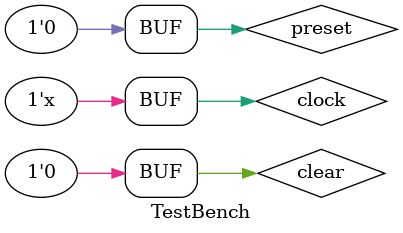
<source format=sv>
`timescale 1ns / 1ps


module TestBench();
    reg clock;
    reg clear;
    reg preset;
    wire t2;
    wire t1;
    wire t0;
  
    top gc(
        .clk(clock),
        .clr(clear),
        .pr(preset),
        .n2(t2),
        .n1(t1),
        .n0(t0)
        );
        
    initial begin
        clock = 0; clear = 0; preset = 0; #30 clear = 1; preset = 1; #200 clear =0; preset = 0; // #10 preset = 1;
    end
    
    always  #10  clock  = ~clock;  
  
endmodule

</source>
